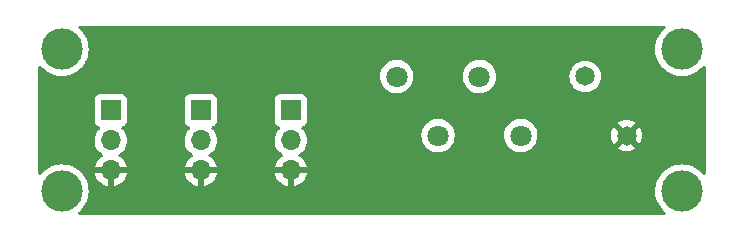
<source format=gbr>
%TF.GenerationSoftware,KiCad,Pcbnew,(6.0.8-1)-1*%
%TF.CreationDate,2024-02-23T21:37:44-06:00*%
%TF.ProjectId,RGB LED Interface,52474220-4c45-4442-9049-6e7465726661,rev?*%
%TF.SameCoordinates,Original*%
%TF.FileFunction,Copper,L2,Bot*%
%TF.FilePolarity,Positive*%
%FSLAX46Y46*%
G04 Gerber Fmt 4.6, Leading zero omitted, Abs format (unit mm)*
G04 Created by KiCad (PCBNEW (6.0.8-1)-1) date 2024-02-23 21:37:44*
%MOMM*%
%LPD*%
G01*
G04 APERTURE LIST*
%TA.AperFunction,ComponentPad*%
%ADD10C,1.800000*%
%TD*%
%TA.AperFunction,ComponentPad*%
%ADD11C,3.500000*%
%TD*%
%TA.AperFunction,ComponentPad*%
%ADD12R,1.700000X1.700000*%
%TD*%
%TA.AperFunction,ComponentPad*%
%ADD13O,1.700000X1.700000*%
%TD*%
%TA.AperFunction,ComponentPad*%
%ADD14C,1.650000*%
%TD*%
G04 APERTURE END LIST*
D10*
%TO.P,X1,1,A*%
%TO.N,+BATT*%
X128350000Y-70805000D03*
%TO.P,X1,2,B*%
%TO.N,/RED_LED_A*%
X131850000Y-75805000D03*
%TO.P,X1,3,C*%
%TO.N,/GREEN_LED_A*%
X135350000Y-70805000D03*
%TO.P,X1,4,D*%
%TO.N,/BLUE_LED_A*%
X138850000Y-75805000D03*
%TD*%
D11*
%TO.P,H3,1,1*%
%TO.N,unconnected-(H3-Pad1)*%
X152500000Y-80500000D03*
%TD*%
D12*
%TO.P,J1,1,Pin_1*%
%TO.N,/RED*%
X104140000Y-73660000D03*
D13*
%TO.P,J1,2,Pin_2*%
%TO.N,unconnected-(J1-Pad2)*%
X104140000Y-76200000D03*
%TO.P,J1,3,Pin_3*%
%TO.N,GND*%
X104140000Y-78740000D03*
%TD*%
D12*
%TO.P,J2,1,Pin_1*%
%TO.N,/GREEN*%
X111760000Y-73660000D03*
D13*
%TO.P,J2,2,Pin_2*%
%TO.N,unconnected-(J2-Pad2)*%
X111760000Y-76200000D03*
%TO.P,J2,3,Pin_3*%
%TO.N,GND*%
X111760000Y-78740000D03*
%TD*%
D12*
%TO.P,J3,1,Pin_1*%
%TO.N,/BLUE*%
X119380000Y-73660000D03*
D13*
%TO.P,J3,2,Pin_2*%
%TO.N,unconnected-(J3-Pad2)*%
X119380000Y-76200000D03*
%TO.P,J3,3,Pin_3*%
%TO.N,GND*%
X119380000Y-78740000D03*
%TD*%
D14*
%TO.P,J4,1,1*%
%TO.N,+BATT*%
X144313000Y-70800000D03*
%TO.P,J4,2,2*%
%TO.N,GND*%
X147813000Y-75800000D03*
%TD*%
D11*
%TO.P,H4,1,1*%
%TO.N,unconnected-(H4-Pad1)*%
X152500000Y-68500000D03*
%TD*%
%TO.P,H1,1,1*%
%TO.N,unconnected-(H1-Pad1)*%
X100000000Y-68500000D03*
%TD*%
%TO.P,H2,1,1*%
%TO.N,unconnected-(H2-Pad1)*%
X100000000Y-80500000D03*
%TD*%
%TA.AperFunction,Conductor*%
%TO.N,GND*%
G36*
X151078852Y-66528502D02*
G01*
X151125345Y-66582158D01*
X151135449Y-66652432D01*
X151105955Y-66717012D01*
X151093809Y-66729232D01*
X150899573Y-66899573D01*
X150896864Y-66902662D01*
X150707085Y-67119062D01*
X150707081Y-67119068D01*
X150704367Y-67122162D01*
X150702078Y-67125588D01*
X150702074Y-67125593D01*
X150579256Y-67309405D01*
X150539885Y-67368327D01*
X150408941Y-67633855D01*
X150313776Y-67914203D01*
X150256017Y-68204574D01*
X150236654Y-68500000D01*
X150256017Y-68795426D01*
X150313776Y-69085797D01*
X150408941Y-69366145D01*
X150444653Y-69438562D01*
X150536750Y-69625315D01*
X150539885Y-69631673D01*
X150579256Y-69690595D01*
X150695489Y-69864551D01*
X150704367Y-69877838D01*
X150707081Y-69880932D01*
X150707085Y-69880938D01*
X150896864Y-70097338D01*
X150899573Y-70100427D01*
X150902662Y-70103136D01*
X151119062Y-70292915D01*
X151119068Y-70292919D01*
X151122162Y-70295633D01*
X151125588Y-70297922D01*
X151125593Y-70297926D01*
X151309405Y-70420744D01*
X151368327Y-70460115D01*
X151372026Y-70461939D01*
X151372031Y-70461942D01*
X151508313Y-70529148D01*
X151633855Y-70591059D01*
X151637760Y-70592384D01*
X151637761Y-70592385D01*
X151910290Y-70684896D01*
X151910294Y-70684897D01*
X151914203Y-70686224D01*
X151918247Y-70687028D01*
X151918253Y-70687030D01*
X152200535Y-70743180D01*
X152200541Y-70743181D01*
X152204574Y-70743983D01*
X152208679Y-70744252D01*
X152208686Y-70744253D01*
X152495881Y-70763076D01*
X152500000Y-70763346D01*
X152504119Y-70763076D01*
X152791314Y-70744253D01*
X152791321Y-70744252D01*
X152795426Y-70743983D01*
X152799459Y-70743181D01*
X152799465Y-70743180D01*
X153081747Y-70687030D01*
X153081753Y-70687028D01*
X153085797Y-70686224D01*
X153089706Y-70684897D01*
X153089710Y-70684896D01*
X153362239Y-70592385D01*
X153362240Y-70592384D01*
X153366145Y-70591059D01*
X153491687Y-70529148D01*
X153627969Y-70461942D01*
X153627974Y-70461939D01*
X153631673Y-70460115D01*
X153690595Y-70420744D01*
X153874407Y-70297926D01*
X153874412Y-70297922D01*
X153877838Y-70295633D01*
X153880932Y-70292919D01*
X153880938Y-70292915D01*
X154097338Y-70103136D01*
X154100427Y-70100427D01*
X154270768Y-69906191D01*
X154330722Y-69868164D01*
X154401717Y-69868586D01*
X154461214Y-69907325D01*
X154490322Y-69972080D01*
X154491500Y-69989269D01*
X154491500Y-79010731D01*
X154471498Y-79078852D01*
X154417842Y-79125345D01*
X154347568Y-79135449D01*
X154282988Y-79105955D01*
X154270768Y-79093809D01*
X154103136Y-78902662D01*
X154100427Y-78899573D01*
X154097338Y-78896864D01*
X153880938Y-78707085D01*
X153880932Y-78707081D01*
X153877838Y-78704367D01*
X153874412Y-78702078D01*
X153874407Y-78702074D01*
X153635106Y-78542179D01*
X153631673Y-78539885D01*
X153627974Y-78538061D01*
X153627969Y-78538058D01*
X153491687Y-78470852D01*
X153366145Y-78408941D01*
X153362239Y-78407615D01*
X153089710Y-78315104D01*
X153089706Y-78315103D01*
X153085797Y-78313776D01*
X153081753Y-78312972D01*
X153081747Y-78312970D01*
X152799465Y-78256820D01*
X152799459Y-78256819D01*
X152795426Y-78256017D01*
X152791321Y-78255748D01*
X152791314Y-78255747D01*
X152504119Y-78236924D01*
X152500000Y-78236654D01*
X152495881Y-78236924D01*
X152208686Y-78255747D01*
X152208679Y-78255748D01*
X152204574Y-78256017D01*
X152200541Y-78256819D01*
X152200535Y-78256820D01*
X151918253Y-78312970D01*
X151918247Y-78312972D01*
X151914203Y-78313776D01*
X151910294Y-78315103D01*
X151910290Y-78315104D01*
X151637761Y-78407615D01*
X151633855Y-78408941D01*
X151508313Y-78470852D01*
X151372031Y-78538058D01*
X151372026Y-78538061D01*
X151368327Y-78539885D01*
X151364894Y-78542179D01*
X151125593Y-78702074D01*
X151125588Y-78702078D01*
X151122162Y-78704367D01*
X151119068Y-78707081D01*
X151119062Y-78707085D01*
X150902662Y-78896864D01*
X150899573Y-78899573D01*
X150896864Y-78902662D01*
X150707085Y-79119062D01*
X150707081Y-79119068D01*
X150704367Y-79122162D01*
X150702078Y-79125588D01*
X150702074Y-79125593D01*
X150684246Y-79152275D01*
X150539885Y-79368327D01*
X150408941Y-79633855D01*
X150407616Y-79637760D01*
X150407615Y-79637761D01*
X150316064Y-79907464D01*
X150313776Y-79914203D01*
X150312972Y-79918247D01*
X150312970Y-79918253D01*
X150281912Y-80074393D01*
X150256017Y-80204574D01*
X150236654Y-80500000D01*
X150256017Y-80795426D01*
X150313776Y-81085797D01*
X150408941Y-81366145D01*
X150539885Y-81631673D01*
X150542179Y-81635106D01*
X150695489Y-81864551D01*
X150704367Y-81877838D01*
X150707081Y-81880932D01*
X150707085Y-81880938D01*
X150896864Y-82097338D01*
X150899573Y-82100427D01*
X150902662Y-82103136D01*
X151093809Y-82270768D01*
X151131836Y-82330722D01*
X151131414Y-82401717D01*
X151092675Y-82461214D01*
X151027920Y-82490322D01*
X151010731Y-82491500D01*
X101489269Y-82491500D01*
X101421148Y-82471498D01*
X101374655Y-82417842D01*
X101364551Y-82347568D01*
X101394045Y-82282988D01*
X101406191Y-82270768D01*
X101597338Y-82103136D01*
X101600427Y-82100427D01*
X101603136Y-82097338D01*
X101792915Y-81880938D01*
X101792919Y-81880932D01*
X101795633Y-81877838D01*
X101804512Y-81864551D01*
X101957821Y-81635106D01*
X101960115Y-81631673D01*
X102091059Y-81366145D01*
X102186224Y-81085797D01*
X102243983Y-80795426D01*
X102263346Y-80500000D01*
X102243983Y-80204574D01*
X102218089Y-80074393D01*
X102187030Y-79918253D01*
X102187028Y-79918247D01*
X102186224Y-79914203D01*
X102183937Y-79907464D01*
X102092385Y-79637761D01*
X102092384Y-79637760D01*
X102091059Y-79633855D01*
X101960115Y-79368327D01*
X101815754Y-79152275D01*
X101797926Y-79125593D01*
X101797922Y-79125588D01*
X101795633Y-79122162D01*
X101792919Y-79119068D01*
X101792915Y-79119062D01*
X101695486Y-79007966D01*
X102808257Y-79007966D01*
X102838565Y-79142446D01*
X102841645Y-79152275D01*
X102921770Y-79349603D01*
X102926413Y-79358794D01*
X103037694Y-79540388D01*
X103043777Y-79548699D01*
X103183213Y-79709667D01*
X103190580Y-79716883D01*
X103354434Y-79852916D01*
X103362881Y-79858831D01*
X103546756Y-79966279D01*
X103556042Y-79970729D01*
X103755001Y-80046703D01*
X103764899Y-80049579D01*
X103868250Y-80070606D01*
X103882299Y-80069410D01*
X103886000Y-80059065D01*
X103886000Y-80058517D01*
X104394000Y-80058517D01*
X104398064Y-80072359D01*
X104411478Y-80074393D01*
X104418184Y-80073534D01*
X104428262Y-80071392D01*
X104632255Y-80010191D01*
X104641842Y-80006433D01*
X104833095Y-79912739D01*
X104841945Y-79907464D01*
X105015328Y-79783792D01*
X105023200Y-79777139D01*
X105174052Y-79626812D01*
X105180730Y-79618965D01*
X105305003Y-79446020D01*
X105310313Y-79437183D01*
X105404670Y-79246267D01*
X105408469Y-79236672D01*
X105470377Y-79032910D01*
X105472555Y-79022837D01*
X105473986Y-79011962D01*
X105473363Y-79007966D01*
X110428257Y-79007966D01*
X110458565Y-79142446D01*
X110461645Y-79152275D01*
X110541770Y-79349603D01*
X110546413Y-79358794D01*
X110657694Y-79540388D01*
X110663777Y-79548699D01*
X110803213Y-79709667D01*
X110810580Y-79716883D01*
X110974434Y-79852916D01*
X110982881Y-79858831D01*
X111166756Y-79966279D01*
X111176042Y-79970729D01*
X111375001Y-80046703D01*
X111384899Y-80049579D01*
X111488250Y-80070606D01*
X111502299Y-80069410D01*
X111506000Y-80059065D01*
X111506000Y-80058517D01*
X112014000Y-80058517D01*
X112018064Y-80072359D01*
X112031478Y-80074393D01*
X112038184Y-80073534D01*
X112048262Y-80071392D01*
X112252255Y-80010191D01*
X112261842Y-80006433D01*
X112453095Y-79912739D01*
X112461945Y-79907464D01*
X112635328Y-79783792D01*
X112643200Y-79777139D01*
X112794052Y-79626812D01*
X112800730Y-79618965D01*
X112925003Y-79446020D01*
X112930313Y-79437183D01*
X113024670Y-79246267D01*
X113028469Y-79236672D01*
X113090377Y-79032910D01*
X113092555Y-79022837D01*
X113093986Y-79011962D01*
X113093363Y-79007966D01*
X118048257Y-79007966D01*
X118078565Y-79142446D01*
X118081645Y-79152275D01*
X118161770Y-79349603D01*
X118166413Y-79358794D01*
X118277694Y-79540388D01*
X118283777Y-79548699D01*
X118423213Y-79709667D01*
X118430580Y-79716883D01*
X118594434Y-79852916D01*
X118602881Y-79858831D01*
X118786756Y-79966279D01*
X118796042Y-79970729D01*
X118995001Y-80046703D01*
X119004899Y-80049579D01*
X119108250Y-80070606D01*
X119122299Y-80069410D01*
X119126000Y-80059065D01*
X119126000Y-80058517D01*
X119634000Y-80058517D01*
X119638064Y-80072359D01*
X119651478Y-80074393D01*
X119658184Y-80073534D01*
X119668262Y-80071392D01*
X119872255Y-80010191D01*
X119881842Y-80006433D01*
X120073095Y-79912739D01*
X120081945Y-79907464D01*
X120255328Y-79783792D01*
X120263200Y-79777139D01*
X120414052Y-79626812D01*
X120420730Y-79618965D01*
X120545003Y-79446020D01*
X120550313Y-79437183D01*
X120644670Y-79246267D01*
X120648469Y-79236672D01*
X120710377Y-79032910D01*
X120712555Y-79022837D01*
X120713986Y-79011962D01*
X120711775Y-78997778D01*
X120698617Y-78994000D01*
X119652115Y-78994000D01*
X119636876Y-78998475D01*
X119635671Y-78999865D01*
X119634000Y-79007548D01*
X119634000Y-80058517D01*
X119126000Y-80058517D01*
X119126000Y-79012115D01*
X119121525Y-78996876D01*
X119120135Y-78995671D01*
X119112452Y-78994000D01*
X118063225Y-78994000D01*
X118049694Y-78997973D01*
X118048257Y-79007966D01*
X113093363Y-79007966D01*
X113091775Y-78997778D01*
X113078617Y-78994000D01*
X112032115Y-78994000D01*
X112016876Y-78998475D01*
X112015671Y-78999865D01*
X112014000Y-79007548D01*
X112014000Y-80058517D01*
X111506000Y-80058517D01*
X111506000Y-79012115D01*
X111501525Y-78996876D01*
X111500135Y-78995671D01*
X111492452Y-78994000D01*
X110443225Y-78994000D01*
X110429694Y-78997973D01*
X110428257Y-79007966D01*
X105473363Y-79007966D01*
X105471775Y-78997778D01*
X105458617Y-78994000D01*
X104412115Y-78994000D01*
X104396876Y-78998475D01*
X104395671Y-78999865D01*
X104394000Y-79007548D01*
X104394000Y-80058517D01*
X103886000Y-80058517D01*
X103886000Y-79012115D01*
X103881525Y-78996876D01*
X103880135Y-78995671D01*
X103872452Y-78994000D01*
X102823225Y-78994000D01*
X102809694Y-78997973D01*
X102808257Y-79007966D01*
X101695486Y-79007966D01*
X101603136Y-78902662D01*
X101600427Y-78899573D01*
X101597338Y-78896864D01*
X101380938Y-78707085D01*
X101380932Y-78707081D01*
X101377838Y-78704367D01*
X101374412Y-78702078D01*
X101374407Y-78702074D01*
X101135106Y-78542179D01*
X101131673Y-78539885D01*
X101127974Y-78538061D01*
X101127969Y-78538058D01*
X100991687Y-78470852D01*
X100866145Y-78408941D01*
X100862239Y-78407615D01*
X100589710Y-78315104D01*
X100589706Y-78315103D01*
X100585797Y-78313776D01*
X100581753Y-78312972D01*
X100581747Y-78312970D01*
X100299465Y-78256820D01*
X100299459Y-78256819D01*
X100295426Y-78256017D01*
X100291321Y-78255748D01*
X100291314Y-78255747D01*
X100004119Y-78236924D01*
X100000000Y-78236654D01*
X99995881Y-78236924D01*
X99708686Y-78255747D01*
X99708679Y-78255748D01*
X99704574Y-78256017D01*
X99700541Y-78256819D01*
X99700535Y-78256820D01*
X99418253Y-78312970D01*
X99418247Y-78312972D01*
X99414203Y-78313776D01*
X99410294Y-78315103D01*
X99410290Y-78315104D01*
X99137761Y-78407615D01*
X99133855Y-78408941D01*
X99008313Y-78470852D01*
X98872031Y-78538058D01*
X98872026Y-78538061D01*
X98868327Y-78539885D01*
X98864894Y-78542179D01*
X98625593Y-78702074D01*
X98625588Y-78702078D01*
X98622162Y-78704367D01*
X98619068Y-78707081D01*
X98619062Y-78707085D01*
X98402662Y-78896864D01*
X98399573Y-78899573D01*
X98396864Y-78902662D01*
X98229232Y-79093809D01*
X98169278Y-79131836D01*
X98098283Y-79131414D01*
X98038786Y-79092675D01*
X98009678Y-79027920D01*
X98008500Y-79010731D01*
X98008500Y-76166695D01*
X102777251Y-76166695D01*
X102777548Y-76171848D01*
X102777548Y-76171851D01*
X102783011Y-76266590D01*
X102790110Y-76389715D01*
X102791247Y-76394761D01*
X102791248Y-76394767D01*
X102802939Y-76446641D01*
X102839222Y-76607639D01*
X102923266Y-76814616D01*
X102925965Y-76819020D01*
X103013061Y-76961148D01*
X103039987Y-77005088D01*
X103186250Y-77173938D01*
X103358126Y-77316632D01*
X103431955Y-77359774D01*
X103480679Y-77411412D01*
X103493750Y-77481195D01*
X103467019Y-77546967D01*
X103426562Y-77580327D01*
X103418457Y-77584546D01*
X103409738Y-77590036D01*
X103239433Y-77717905D01*
X103231726Y-77724748D01*
X103084590Y-77878717D01*
X103078104Y-77886727D01*
X102958098Y-78062649D01*
X102953000Y-78071623D01*
X102863338Y-78264783D01*
X102859775Y-78274470D01*
X102804389Y-78474183D01*
X102805912Y-78482607D01*
X102818292Y-78486000D01*
X105458344Y-78486000D01*
X105471875Y-78482027D01*
X105473180Y-78472947D01*
X105431214Y-78305875D01*
X105427894Y-78296124D01*
X105342972Y-78100814D01*
X105338105Y-78091739D01*
X105222426Y-77912926D01*
X105216136Y-77904757D01*
X105072806Y-77747240D01*
X105065273Y-77740215D01*
X104898139Y-77608222D01*
X104889556Y-77602520D01*
X104852602Y-77582120D01*
X104802631Y-77531687D01*
X104787859Y-77462245D01*
X104812975Y-77395839D01*
X104840327Y-77369232D01*
X104863797Y-77352491D01*
X105019860Y-77241173D01*
X105044905Y-77216216D01*
X105101209Y-77160107D01*
X105178096Y-77083489D01*
X105237594Y-77000689D01*
X105305435Y-76906277D01*
X105308453Y-76902077D01*
X105315662Y-76887492D01*
X105405136Y-76706453D01*
X105405137Y-76706451D01*
X105407430Y-76701811D01*
X105458744Y-76532917D01*
X105470865Y-76493023D01*
X105470865Y-76493021D01*
X105472370Y-76488069D01*
X105501529Y-76266590D01*
X105503156Y-76200000D01*
X105500418Y-76166695D01*
X110397251Y-76166695D01*
X110397548Y-76171848D01*
X110397548Y-76171851D01*
X110403011Y-76266590D01*
X110410110Y-76389715D01*
X110411247Y-76394761D01*
X110411248Y-76394767D01*
X110422939Y-76446641D01*
X110459222Y-76607639D01*
X110543266Y-76814616D01*
X110545965Y-76819020D01*
X110633061Y-76961148D01*
X110659987Y-77005088D01*
X110806250Y-77173938D01*
X110978126Y-77316632D01*
X111051955Y-77359774D01*
X111100679Y-77411412D01*
X111113750Y-77481195D01*
X111087019Y-77546967D01*
X111046562Y-77580327D01*
X111038457Y-77584546D01*
X111029738Y-77590036D01*
X110859433Y-77717905D01*
X110851726Y-77724748D01*
X110704590Y-77878717D01*
X110698104Y-77886727D01*
X110578098Y-78062649D01*
X110573000Y-78071623D01*
X110483338Y-78264783D01*
X110479775Y-78274470D01*
X110424389Y-78474183D01*
X110425912Y-78482607D01*
X110438292Y-78486000D01*
X113078344Y-78486000D01*
X113091875Y-78482027D01*
X113093180Y-78472947D01*
X113051214Y-78305875D01*
X113047894Y-78296124D01*
X112962972Y-78100814D01*
X112958105Y-78091739D01*
X112842426Y-77912926D01*
X112836136Y-77904757D01*
X112692806Y-77747240D01*
X112685273Y-77740215D01*
X112518139Y-77608222D01*
X112509556Y-77602520D01*
X112472602Y-77582120D01*
X112422631Y-77531687D01*
X112407859Y-77462245D01*
X112432975Y-77395839D01*
X112460327Y-77369232D01*
X112483797Y-77352491D01*
X112639860Y-77241173D01*
X112664905Y-77216216D01*
X112721209Y-77160107D01*
X112798096Y-77083489D01*
X112857594Y-77000689D01*
X112925435Y-76906277D01*
X112928453Y-76902077D01*
X112935662Y-76887492D01*
X113025136Y-76706453D01*
X113025137Y-76706451D01*
X113027430Y-76701811D01*
X113078744Y-76532917D01*
X113090865Y-76493023D01*
X113090865Y-76493021D01*
X113092370Y-76488069D01*
X113121529Y-76266590D01*
X113123156Y-76200000D01*
X113120418Y-76166695D01*
X118017251Y-76166695D01*
X118017548Y-76171848D01*
X118017548Y-76171851D01*
X118023011Y-76266590D01*
X118030110Y-76389715D01*
X118031247Y-76394761D01*
X118031248Y-76394767D01*
X118042939Y-76446641D01*
X118079222Y-76607639D01*
X118163266Y-76814616D01*
X118165965Y-76819020D01*
X118253061Y-76961148D01*
X118279987Y-77005088D01*
X118426250Y-77173938D01*
X118598126Y-77316632D01*
X118671955Y-77359774D01*
X118720679Y-77411412D01*
X118733750Y-77481195D01*
X118707019Y-77546967D01*
X118666562Y-77580327D01*
X118658457Y-77584546D01*
X118649738Y-77590036D01*
X118479433Y-77717905D01*
X118471726Y-77724748D01*
X118324590Y-77878717D01*
X118318104Y-77886727D01*
X118198098Y-78062649D01*
X118193000Y-78071623D01*
X118103338Y-78264783D01*
X118099775Y-78274470D01*
X118044389Y-78474183D01*
X118045912Y-78482607D01*
X118058292Y-78486000D01*
X120698344Y-78486000D01*
X120711875Y-78482027D01*
X120713180Y-78472947D01*
X120671214Y-78305875D01*
X120667894Y-78296124D01*
X120582972Y-78100814D01*
X120578105Y-78091739D01*
X120462426Y-77912926D01*
X120456136Y-77904757D01*
X120312806Y-77747240D01*
X120305273Y-77740215D01*
X120138139Y-77608222D01*
X120129556Y-77602520D01*
X120092602Y-77582120D01*
X120042631Y-77531687D01*
X120027859Y-77462245D01*
X120052975Y-77395839D01*
X120080327Y-77369232D01*
X120103797Y-77352491D01*
X120259860Y-77241173D01*
X120284905Y-77216216D01*
X120341209Y-77160107D01*
X120418096Y-77083489D01*
X120477594Y-77000689D01*
X120545435Y-76906277D01*
X120548453Y-76902077D01*
X120555662Y-76887492D01*
X120645136Y-76706453D01*
X120645137Y-76706451D01*
X120647430Y-76701811D01*
X120698744Y-76532917D01*
X120710865Y-76493023D01*
X120710865Y-76493021D01*
X120712370Y-76488069D01*
X120741529Y-76266590D01*
X120743156Y-76200000D01*
X120724852Y-75977361D01*
X120672884Y-75770469D01*
X130437095Y-75770469D01*
X130437392Y-75775622D01*
X130437392Y-75775625D01*
X130443067Y-75874041D01*
X130450427Y-76001697D01*
X130451564Y-76006743D01*
X130451565Y-76006749D01*
X130483741Y-76149523D01*
X130501346Y-76227642D01*
X130503288Y-76232424D01*
X130503289Y-76232428D01*
X130567157Y-76389715D01*
X130588484Y-76442237D01*
X130709501Y-76639719D01*
X130861147Y-76814784D01*
X131039349Y-76962730D01*
X131239322Y-77079584D01*
X131455694Y-77162209D01*
X131460760Y-77163240D01*
X131460761Y-77163240D01*
X131494140Y-77170031D01*
X131682656Y-77208385D01*
X131813324Y-77213176D01*
X131908949Y-77216683D01*
X131908953Y-77216683D01*
X131914113Y-77216872D01*
X131919233Y-77216216D01*
X131919235Y-77216216D01*
X131992270Y-77206860D01*
X132143847Y-77187442D01*
X132148795Y-77185957D01*
X132148802Y-77185956D01*
X132360747Y-77122369D01*
X132365690Y-77120886D01*
X132374972Y-77116339D01*
X132569049Y-77021262D01*
X132569052Y-77021260D01*
X132573684Y-77018991D01*
X132762243Y-76884494D01*
X132926303Y-76721005D01*
X133061458Y-76532917D01*
X133108641Y-76437450D01*
X133161784Y-76329922D01*
X133161785Y-76329920D01*
X133164078Y-76325280D01*
X133231408Y-76103671D01*
X133261640Y-75874041D01*
X133263327Y-75805000D01*
X133260488Y-75770469D01*
X137437095Y-75770469D01*
X137437392Y-75775622D01*
X137437392Y-75775625D01*
X137443067Y-75874041D01*
X137450427Y-76001697D01*
X137451564Y-76006743D01*
X137451565Y-76006749D01*
X137483741Y-76149523D01*
X137501346Y-76227642D01*
X137503288Y-76232424D01*
X137503289Y-76232428D01*
X137567157Y-76389715D01*
X137588484Y-76442237D01*
X137709501Y-76639719D01*
X137861147Y-76814784D01*
X138039349Y-76962730D01*
X138239322Y-77079584D01*
X138455694Y-77162209D01*
X138460760Y-77163240D01*
X138460761Y-77163240D01*
X138494140Y-77170031D01*
X138682656Y-77208385D01*
X138813324Y-77213176D01*
X138908949Y-77216683D01*
X138908953Y-77216683D01*
X138914113Y-77216872D01*
X138919233Y-77216216D01*
X138919235Y-77216216D01*
X138992270Y-77206860D01*
X139143847Y-77187442D01*
X139148795Y-77185957D01*
X139148802Y-77185956D01*
X139360747Y-77122369D01*
X139365690Y-77120886D01*
X139374972Y-77116339D01*
X139569049Y-77021262D01*
X139569052Y-77021260D01*
X139573684Y-77018991D01*
X139734878Y-76904013D01*
X147073542Y-76904013D01*
X147082838Y-76916028D01*
X147139446Y-76955665D01*
X147148941Y-76961148D01*
X147350364Y-77055072D01*
X147360656Y-77058818D01*
X147575328Y-77116339D01*
X147586123Y-77118242D01*
X147807525Y-77137613D01*
X147818475Y-77137613D01*
X148039877Y-77118242D01*
X148050672Y-77116339D01*
X148265344Y-77058818D01*
X148275636Y-77055072D01*
X148477059Y-76961148D01*
X148486554Y-76955665D01*
X148544000Y-76915441D01*
X148552375Y-76904964D01*
X148545307Y-76891517D01*
X147825812Y-76172022D01*
X147811868Y-76164408D01*
X147810035Y-76164539D01*
X147803420Y-76168790D01*
X147079972Y-76892238D01*
X147073542Y-76904013D01*
X139734878Y-76904013D01*
X139762243Y-76884494D01*
X139926303Y-76721005D01*
X140061458Y-76532917D01*
X140108641Y-76437450D01*
X140161784Y-76329922D01*
X140161785Y-76329920D01*
X140164078Y-76325280D01*
X140231408Y-76103671D01*
X140261640Y-75874041D01*
X140263315Y-75805475D01*
X146475387Y-75805475D01*
X146494758Y-76026877D01*
X146496661Y-76037672D01*
X146554182Y-76252344D01*
X146557928Y-76262636D01*
X146651852Y-76464059D01*
X146657335Y-76473554D01*
X146697559Y-76531000D01*
X146708036Y-76539375D01*
X146721483Y-76532307D01*
X147440978Y-75812812D01*
X147447356Y-75801132D01*
X148177408Y-75801132D01*
X148177539Y-75802965D01*
X148181790Y-75809580D01*
X148905238Y-76533028D01*
X148917013Y-76539458D01*
X148929028Y-76530162D01*
X148968665Y-76473554D01*
X148974148Y-76464059D01*
X149068072Y-76262636D01*
X149071818Y-76252344D01*
X149129339Y-76037672D01*
X149131242Y-76026877D01*
X149150613Y-75805475D01*
X149150613Y-75794525D01*
X149131242Y-75573123D01*
X149129339Y-75562328D01*
X149071818Y-75347656D01*
X149068072Y-75337364D01*
X148974148Y-75135941D01*
X148968665Y-75126446D01*
X148928441Y-75069000D01*
X148917964Y-75060625D01*
X148904517Y-75067693D01*
X148185022Y-75787188D01*
X148177408Y-75801132D01*
X147447356Y-75801132D01*
X147448592Y-75798868D01*
X147448461Y-75797035D01*
X147444210Y-75790420D01*
X146720762Y-75066972D01*
X146708987Y-75060542D01*
X146696972Y-75069838D01*
X146657335Y-75126446D01*
X146651852Y-75135941D01*
X146557928Y-75337364D01*
X146554182Y-75347656D01*
X146496661Y-75562328D01*
X146494758Y-75573123D01*
X146475387Y-75794525D01*
X146475387Y-75805475D01*
X140263315Y-75805475D01*
X140263327Y-75805000D01*
X140256718Y-75724610D01*
X140244773Y-75579318D01*
X140244772Y-75579312D01*
X140244349Y-75574167D01*
X140216137Y-75461850D01*
X140189184Y-75354544D01*
X140189183Y-75354540D01*
X140187925Y-75349533D01*
X140182634Y-75337364D01*
X140097630Y-75141868D01*
X140097628Y-75141865D01*
X140095570Y-75137131D01*
X139969764Y-74942665D01*
X139813887Y-74771358D01*
X139809836Y-74768159D01*
X139809832Y-74768155D01*
X139717247Y-74695036D01*
X147073625Y-74695036D01*
X147080693Y-74708483D01*
X147800188Y-75427978D01*
X147814132Y-75435592D01*
X147815965Y-75435461D01*
X147822580Y-75431210D01*
X148546028Y-74707762D01*
X148552458Y-74695987D01*
X148543162Y-74683972D01*
X148486554Y-74644335D01*
X148477059Y-74638852D01*
X148275636Y-74544928D01*
X148265344Y-74541182D01*
X148050672Y-74483661D01*
X148039877Y-74481758D01*
X147818475Y-74462387D01*
X147807525Y-74462387D01*
X147586123Y-74481758D01*
X147575328Y-74483661D01*
X147360656Y-74541182D01*
X147350364Y-74544928D01*
X147148941Y-74638852D01*
X147139446Y-74644335D01*
X147082000Y-74684559D01*
X147073625Y-74695036D01*
X139717247Y-74695036D01*
X139636177Y-74631011D01*
X139636172Y-74631008D01*
X139632123Y-74627810D01*
X139627607Y-74625317D01*
X139627604Y-74625315D01*
X139433879Y-74518373D01*
X139433875Y-74518371D01*
X139429355Y-74515876D01*
X139424486Y-74514152D01*
X139424482Y-74514150D01*
X139215903Y-74440288D01*
X139215899Y-74440287D01*
X139211028Y-74438562D01*
X139205935Y-74437655D01*
X139205932Y-74437654D01*
X138988095Y-74398851D01*
X138988089Y-74398850D01*
X138983006Y-74397945D01*
X138910096Y-74397054D01*
X138756581Y-74395179D01*
X138756579Y-74395179D01*
X138751411Y-74395116D01*
X138522464Y-74430150D01*
X138302314Y-74502106D01*
X138297726Y-74504494D01*
X138297722Y-74504496D01*
X138188159Y-74561531D01*
X138096872Y-74609052D01*
X138092739Y-74612155D01*
X138092736Y-74612157D01*
X137964442Y-74708483D01*
X137911655Y-74748117D01*
X137751639Y-74915564D01*
X137748725Y-74919836D01*
X137748724Y-74919837D01*
X137733152Y-74942665D01*
X137621119Y-75106899D01*
X137523602Y-75316981D01*
X137461707Y-75540169D01*
X137437095Y-75770469D01*
X133260488Y-75770469D01*
X133256718Y-75724610D01*
X133244773Y-75579318D01*
X133244772Y-75579312D01*
X133244349Y-75574167D01*
X133216137Y-75461850D01*
X133189184Y-75354544D01*
X133189183Y-75354540D01*
X133187925Y-75349533D01*
X133182634Y-75337364D01*
X133097630Y-75141868D01*
X133097628Y-75141865D01*
X133095570Y-75137131D01*
X132969764Y-74942665D01*
X132813887Y-74771358D01*
X132809836Y-74768159D01*
X132809832Y-74768155D01*
X132636177Y-74631011D01*
X132636172Y-74631008D01*
X132632123Y-74627810D01*
X132627607Y-74625317D01*
X132627604Y-74625315D01*
X132433879Y-74518373D01*
X132433875Y-74518371D01*
X132429355Y-74515876D01*
X132424486Y-74514152D01*
X132424482Y-74514150D01*
X132215903Y-74440288D01*
X132215899Y-74440287D01*
X132211028Y-74438562D01*
X132205935Y-74437655D01*
X132205932Y-74437654D01*
X131988095Y-74398851D01*
X131988089Y-74398850D01*
X131983006Y-74397945D01*
X131910096Y-74397054D01*
X131756581Y-74395179D01*
X131756579Y-74395179D01*
X131751411Y-74395116D01*
X131522464Y-74430150D01*
X131302314Y-74502106D01*
X131297726Y-74504494D01*
X131297722Y-74504496D01*
X131188159Y-74561531D01*
X131096872Y-74609052D01*
X131092739Y-74612155D01*
X131092736Y-74612157D01*
X130964442Y-74708483D01*
X130911655Y-74748117D01*
X130751639Y-74915564D01*
X130748725Y-74919836D01*
X130748724Y-74919837D01*
X130733152Y-74942665D01*
X130621119Y-75106899D01*
X130523602Y-75316981D01*
X130461707Y-75540169D01*
X130437095Y-75770469D01*
X120672884Y-75770469D01*
X120670431Y-75760702D01*
X120581354Y-75555840D01*
X120500727Y-75431210D01*
X120462822Y-75372617D01*
X120462820Y-75372614D01*
X120460014Y-75368277D01*
X120447518Y-75354544D01*
X120312798Y-75206488D01*
X120281746Y-75142642D01*
X120290141Y-75072143D01*
X120335317Y-75017375D01*
X120361761Y-75003706D01*
X120468297Y-74963767D01*
X120476705Y-74960615D01*
X120593261Y-74873261D01*
X120680615Y-74756705D01*
X120731745Y-74620316D01*
X120738500Y-74558134D01*
X120738500Y-72761866D01*
X120731745Y-72699684D01*
X120680615Y-72563295D01*
X120593261Y-72446739D01*
X120476705Y-72359385D01*
X120340316Y-72308255D01*
X120278134Y-72301500D01*
X118481866Y-72301500D01*
X118419684Y-72308255D01*
X118283295Y-72359385D01*
X118166739Y-72446739D01*
X118079385Y-72563295D01*
X118028255Y-72699684D01*
X118021500Y-72761866D01*
X118021500Y-74558134D01*
X118028255Y-74620316D01*
X118079385Y-74756705D01*
X118166739Y-74873261D01*
X118283295Y-74960615D01*
X118291704Y-74963767D01*
X118291705Y-74963768D01*
X118400451Y-75004535D01*
X118457216Y-75047176D01*
X118481916Y-75113738D01*
X118466709Y-75183087D01*
X118447316Y-75209568D01*
X118344670Y-75316981D01*
X118320629Y-75342138D01*
X118194743Y-75526680D01*
X118100688Y-75729305D01*
X118040989Y-75944570D01*
X118017251Y-76166695D01*
X113120418Y-76166695D01*
X113104852Y-75977361D01*
X113050431Y-75760702D01*
X112961354Y-75555840D01*
X112880727Y-75431210D01*
X112842822Y-75372617D01*
X112842820Y-75372614D01*
X112840014Y-75368277D01*
X112827518Y-75354544D01*
X112692798Y-75206488D01*
X112661746Y-75142642D01*
X112670141Y-75072143D01*
X112715317Y-75017375D01*
X112741761Y-75003706D01*
X112848297Y-74963767D01*
X112856705Y-74960615D01*
X112973261Y-74873261D01*
X113060615Y-74756705D01*
X113111745Y-74620316D01*
X113118500Y-74558134D01*
X113118500Y-72761866D01*
X113111745Y-72699684D01*
X113060615Y-72563295D01*
X112973261Y-72446739D01*
X112856705Y-72359385D01*
X112720316Y-72308255D01*
X112658134Y-72301500D01*
X110861866Y-72301500D01*
X110799684Y-72308255D01*
X110663295Y-72359385D01*
X110546739Y-72446739D01*
X110459385Y-72563295D01*
X110408255Y-72699684D01*
X110401500Y-72761866D01*
X110401500Y-74558134D01*
X110408255Y-74620316D01*
X110459385Y-74756705D01*
X110546739Y-74873261D01*
X110663295Y-74960615D01*
X110671704Y-74963767D01*
X110671705Y-74963768D01*
X110780451Y-75004535D01*
X110837216Y-75047176D01*
X110861916Y-75113738D01*
X110846709Y-75183087D01*
X110827316Y-75209568D01*
X110724670Y-75316981D01*
X110700629Y-75342138D01*
X110574743Y-75526680D01*
X110480688Y-75729305D01*
X110420989Y-75944570D01*
X110397251Y-76166695D01*
X105500418Y-76166695D01*
X105484852Y-75977361D01*
X105430431Y-75760702D01*
X105341354Y-75555840D01*
X105260727Y-75431210D01*
X105222822Y-75372617D01*
X105222820Y-75372614D01*
X105220014Y-75368277D01*
X105207518Y-75354544D01*
X105072798Y-75206488D01*
X105041746Y-75142642D01*
X105050141Y-75072143D01*
X105095317Y-75017375D01*
X105121761Y-75003706D01*
X105228297Y-74963767D01*
X105236705Y-74960615D01*
X105353261Y-74873261D01*
X105440615Y-74756705D01*
X105491745Y-74620316D01*
X105498500Y-74558134D01*
X105498500Y-72761866D01*
X105491745Y-72699684D01*
X105440615Y-72563295D01*
X105353261Y-72446739D01*
X105236705Y-72359385D01*
X105100316Y-72308255D01*
X105038134Y-72301500D01*
X103241866Y-72301500D01*
X103179684Y-72308255D01*
X103043295Y-72359385D01*
X102926739Y-72446739D01*
X102839385Y-72563295D01*
X102788255Y-72699684D01*
X102781500Y-72761866D01*
X102781500Y-74558134D01*
X102788255Y-74620316D01*
X102839385Y-74756705D01*
X102926739Y-74873261D01*
X103043295Y-74960615D01*
X103051704Y-74963767D01*
X103051705Y-74963768D01*
X103160451Y-75004535D01*
X103217216Y-75047176D01*
X103241916Y-75113738D01*
X103226709Y-75183087D01*
X103207316Y-75209568D01*
X103104670Y-75316981D01*
X103080629Y-75342138D01*
X102954743Y-75526680D01*
X102860688Y-75729305D01*
X102800989Y-75944570D01*
X102777251Y-76166695D01*
X98008500Y-76166695D01*
X98008500Y-70770469D01*
X126937095Y-70770469D01*
X126937392Y-70775622D01*
X126937392Y-70775625D01*
X126943067Y-70874041D01*
X126950427Y-71001697D01*
X126951564Y-71006743D01*
X126951565Y-71006749D01*
X126983741Y-71149523D01*
X127001346Y-71227642D01*
X127003288Y-71232424D01*
X127003289Y-71232428D01*
X127086540Y-71437450D01*
X127088484Y-71442237D01*
X127209501Y-71639719D01*
X127361147Y-71814784D01*
X127513785Y-71941507D01*
X127535165Y-71959256D01*
X127539349Y-71962730D01*
X127739322Y-72079584D01*
X127955694Y-72162209D01*
X127960760Y-72163240D01*
X127960761Y-72163240D01*
X128013846Y-72174040D01*
X128182656Y-72208385D01*
X128313324Y-72213176D01*
X128408949Y-72216683D01*
X128408953Y-72216683D01*
X128414113Y-72216872D01*
X128419233Y-72216216D01*
X128419235Y-72216216D01*
X128492270Y-72206860D01*
X128643847Y-72187442D01*
X128648795Y-72185957D01*
X128648802Y-72185956D01*
X128860747Y-72122369D01*
X128865690Y-72120886D01*
X128870324Y-72118616D01*
X129069049Y-72021262D01*
X129069052Y-72021260D01*
X129073684Y-72018991D01*
X129262243Y-71884494D01*
X129426303Y-71721005D01*
X129561458Y-71532917D01*
X129590673Y-71473806D01*
X129661784Y-71329922D01*
X129661785Y-71329920D01*
X129664078Y-71325280D01*
X129731408Y-71103671D01*
X129761640Y-70874041D01*
X129763327Y-70805000D01*
X129760488Y-70770469D01*
X133937095Y-70770469D01*
X133937392Y-70775622D01*
X133937392Y-70775625D01*
X133943067Y-70874041D01*
X133950427Y-71001697D01*
X133951564Y-71006743D01*
X133951565Y-71006749D01*
X133983741Y-71149523D01*
X134001346Y-71227642D01*
X134003288Y-71232424D01*
X134003289Y-71232428D01*
X134086540Y-71437450D01*
X134088484Y-71442237D01*
X134209501Y-71639719D01*
X134361147Y-71814784D01*
X134513785Y-71941507D01*
X134535165Y-71959256D01*
X134539349Y-71962730D01*
X134739322Y-72079584D01*
X134955694Y-72162209D01*
X134960760Y-72163240D01*
X134960761Y-72163240D01*
X135013846Y-72174040D01*
X135182656Y-72208385D01*
X135313324Y-72213176D01*
X135408949Y-72216683D01*
X135408953Y-72216683D01*
X135414113Y-72216872D01*
X135419233Y-72216216D01*
X135419235Y-72216216D01*
X135492270Y-72206860D01*
X135643847Y-72187442D01*
X135648795Y-72185957D01*
X135648802Y-72185956D01*
X135860747Y-72122369D01*
X135865690Y-72120886D01*
X135870324Y-72118616D01*
X136069049Y-72021262D01*
X136069052Y-72021260D01*
X136073684Y-72018991D01*
X136262243Y-71884494D01*
X136426303Y-71721005D01*
X136561458Y-71532917D01*
X136590673Y-71473806D01*
X136661784Y-71329922D01*
X136661785Y-71329920D01*
X136664078Y-71325280D01*
X136731408Y-71103671D01*
X136761640Y-70874041D01*
X136763327Y-70805000D01*
X136762916Y-70800000D01*
X142974406Y-70800000D01*
X142994742Y-71032444D01*
X142996166Y-71037757D01*
X142996166Y-71037759D01*
X143048328Y-71232428D01*
X143055133Y-71257826D01*
X143057455Y-71262806D01*
X143057456Y-71262808D01*
X143151418Y-71464310D01*
X143151421Y-71464315D01*
X143153744Y-71469297D01*
X143156900Y-71473804D01*
X143156901Y-71473806D01*
X143275808Y-71643622D01*
X143287578Y-71660432D01*
X143452568Y-71825422D01*
X143457076Y-71828579D01*
X143457079Y-71828581D01*
X143541213Y-71887492D01*
X143643703Y-71959256D01*
X143648685Y-71961579D01*
X143648690Y-71961582D01*
X143850192Y-72055544D01*
X143855174Y-72057867D01*
X143860482Y-72059289D01*
X143860484Y-72059290D01*
X144075241Y-72116834D01*
X144075243Y-72116834D01*
X144080556Y-72118258D01*
X144313000Y-72138594D01*
X144545444Y-72118258D01*
X144550757Y-72116834D01*
X144550759Y-72116834D01*
X144765516Y-72059290D01*
X144765518Y-72059289D01*
X144770826Y-72057867D01*
X144775808Y-72055544D01*
X144977310Y-71961582D01*
X144977315Y-71961579D01*
X144982297Y-71959256D01*
X145084787Y-71887492D01*
X145168921Y-71828581D01*
X145168924Y-71828579D01*
X145173432Y-71825422D01*
X145338422Y-71660432D01*
X145350193Y-71643622D01*
X145469099Y-71473806D01*
X145469100Y-71473804D01*
X145472256Y-71469297D01*
X145474579Y-71464315D01*
X145474582Y-71464310D01*
X145568544Y-71262808D01*
X145568545Y-71262806D01*
X145570867Y-71257826D01*
X145577673Y-71232428D01*
X145629834Y-71037759D01*
X145629834Y-71037757D01*
X145631258Y-71032444D01*
X145651594Y-70800000D01*
X145631258Y-70567556D01*
X145623920Y-70540169D01*
X145572290Y-70347484D01*
X145572289Y-70347482D01*
X145570867Y-70342174D01*
X145550234Y-70297926D01*
X145474582Y-70135690D01*
X145474579Y-70135685D01*
X145472256Y-70130703D01*
X145458871Y-70111587D01*
X145341581Y-69944079D01*
X145341579Y-69944076D01*
X145338422Y-69939568D01*
X145173432Y-69774578D01*
X145168924Y-69771421D01*
X145168921Y-69771419D01*
X144986806Y-69643901D01*
X144986804Y-69643900D01*
X144982297Y-69640744D01*
X144977315Y-69638421D01*
X144977310Y-69638418D01*
X144775808Y-69544456D01*
X144775806Y-69544455D01*
X144770826Y-69542133D01*
X144765518Y-69540711D01*
X144765516Y-69540710D01*
X144550759Y-69483166D01*
X144550757Y-69483166D01*
X144545444Y-69481742D01*
X144313000Y-69461406D01*
X144080556Y-69481742D01*
X144075243Y-69483166D01*
X144075241Y-69483166D01*
X143860484Y-69540710D01*
X143860482Y-69540711D01*
X143855174Y-69542133D01*
X143850194Y-69544455D01*
X143850192Y-69544456D01*
X143648690Y-69638418D01*
X143648685Y-69638421D01*
X143643703Y-69640744D01*
X143639196Y-69643900D01*
X143639194Y-69643901D01*
X143457079Y-69771419D01*
X143457076Y-69771421D01*
X143452568Y-69774578D01*
X143287578Y-69939568D01*
X143284421Y-69944076D01*
X143284419Y-69944079D01*
X143167129Y-70111587D01*
X143153744Y-70130703D01*
X143151421Y-70135685D01*
X143151418Y-70135690D01*
X143075766Y-70297926D01*
X143055133Y-70342174D01*
X143053711Y-70347482D01*
X143053710Y-70347484D01*
X143002080Y-70540169D01*
X142994742Y-70567556D01*
X142974406Y-70800000D01*
X136762916Y-70800000D01*
X136745588Y-70589235D01*
X136744773Y-70579318D01*
X136744772Y-70579312D01*
X136744349Y-70574167D01*
X136687925Y-70349533D01*
X136682559Y-70337192D01*
X136597630Y-70141868D01*
X136597628Y-70141865D01*
X136595570Y-70137131D01*
X136469764Y-69942665D01*
X136313887Y-69771358D01*
X136309836Y-69768159D01*
X136309832Y-69768155D01*
X136136177Y-69631011D01*
X136136172Y-69631008D01*
X136132123Y-69627810D01*
X136127607Y-69625317D01*
X136127604Y-69625315D01*
X135933879Y-69518373D01*
X135933875Y-69518371D01*
X135929355Y-69515876D01*
X135924486Y-69514152D01*
X135924482Y-69514150D01*
X135715903Y-69440288D01*
X135715899Y-69440287D01*
X135711028Y-69438562D01*
X135705935Y-69437655D01*
X135705932Y-69437654D01*
X135488095Y-69398851D01*
X135488089Y-69398850D01*
X135483006Y-69397945D01*
X135410096Y-69397054D01*
X135256581Y-69395179D01*
X135256579Y-69395179D01*
X135251411Y-69395116D01*
X135022464Y-69430150D01*
X134802314Y-69502106D01*
X134797726Y-69504494D01*
X134797722Y-69504496D01*
X134601461Y-69606663D01*
X134596872Y-69609052D01*
X134592739Y-69612155D01*
X134592736Y-69612157D01*
X134415790Y-69745012D01*
X134411655Y-69748117D01*
X134408083Y-69751855D01*
X134290733Y-69874655D01*
X134251639Y-69915564D01*
X134248725Y-69919836D01*
X134248724Y-69919837D01*
X134233152Y-69942665D01*
X134121119Y-70106899D01*
X134023602Y-70316981D01*
X133961707Y-70540169D01*
X133937095Y-70770469D01*
X129760488Y-70770469D01*
X129745588Y-70589235D01*
X129744773Y-70579318D01*
X129744772Y-70579312D01*
X129744349Y-70574167D01*
X129687925Y-70349533D01*
X129682559Y-70337192D01*
X129597630Y-70141868D01*
X129597628Y-70141865D01*
X129595570Y-70137131D01*
X129469764Y-69942665D01*
X129313887Y-69771358D01*
X129309836Y-69768159D01*
X129309832Y-69768155D01*
X129136177Y-69631011D01*
X129136172Y-69631008D01*
X129132123Y-69627810D01*
X129127607Y-69625317D01*
X129127604Y-69625315D01*
X128933879Y-69518373D01*
X128933875Y-69518371D01*
X128929355Y-69515876D01*
X128924486Y-69514152D01*
X128924482Y-69514150D01*
X128715903Y-69440288D01*
X128715899Y-69440287D01*
X128711028Y-69438562D01*
X128705935Y-69437655D01*
X128705932Y-69437654D01*
X128488095Y-69398851D01*
X128488089Y-69398850D01*
X128483006Y-69397945D01*
X128410096Y-69397054D01*
X128256581Y-69395179D01*
X128256579Y-69395179D01*
X128251411Y-69395116D01*
X128022464Y-69430150D01*
X127802314Y-69502106D01*
X127797726Y-69504494D01*
X127797722Y-69504496D01*
X127601461Y-69606663D01*
X127596872Y-69609052D01*
X127592739Y-69612155D01*
X127592736Y-69612157D01*
X127415790Y-69745012D01*
X127411655Y-69748117D01*
X127408083Y-69751855D01*
X127290733Y-69874655D01*
X127251639Y-69915564D01*
X127248725Y-69919836D01*
X127248724Y-69919837D01*
X127233152Y-69942665D01*
X127121119Y-70106899D01*
X127023602Y-70316981D01*
X126961707Y-70540169D01*
X126937095Y-70770469D01*
X98008500Y-70770469D01*
X98008500Y-69989269D01*
X98028502Y-69921148D01*
X98082158Y-69874655D01*
X98152432Y-69864551D01*
X98217012Y-69894045D01*
X98229232Y-69906191D01*
X98399573Y-70100427D01*
X98402662Y-70103136D01*
X98619062Y-70292915D01*
X98619068Y-70292919D01*
X98622162Y-70295633D01*
X98625588Y-70297922D01*
X98625593Y-70297926D01*
X98809405Y-70420744D01*
X98868327Y-70460115D01*
X98872026Y-70461939D01*
X98872031Y-70461942D01*
X99008313Y-70529148D01*
X99133855Y-70591059D01*
X99137760Y-70592384D01*
X99137761Y-70592385D01*
X99410290Y-70684896D01*
X99410294Y-70684897D01*
X99414203Y-70686224D01*
X99418247Y-70687028D01*
X99418253Y-70687030D01*
X99700535Y-70743180D01*
X99700541Y-70743181D01*
X99704574Y-70743983D01*
X99708679Y-70744252D01*
X99708686Y-70744253D01*
X99995881Y-70763076D01*
X100000000Y-70763346D01*
X100004119Y-70763076D01*
X100291314Y-70744253D01*
X100291321Y-70744252D01*
X100295426Y-70743983D01*
X100299459Y-70743181D01*
X100299465Y-70743180D01*
X100581747Y-70687030D01*
X100581753Y-70687028D01*
X100585797Y-70686224D01*
X100589706Y-70684897D01*
X100589710Y-70684896D01*
X100862239Y-70592385D01*
X100862240Y-70592384D01*
X100866145Y-70591059D01*
X100991687Y-70529148D01*
X101127969Y-70461942D01*
X101127974Y-70461939D01*
X101131673Y-70460115D01*
X101190595Y-70420744D01*
X101374407Y-70297926D01*
X101374412Y-70297922D01*
X101377838Y-70295633D01*
X101380932Y-70292919D01*
X101380938Y-70292915D01*
X101597338Y-70103136D01*
X101600427Y-70100427D01*
X101603136Y-70097338D01*
X101792915Y-69880938D01*
X101792919Y-69880932D01*
X101795633Y-69877838D01*
X101804512Y-69864551D01*
X101920744Y-69690595D01*
X101960115Y-69631673D01*
X101963251Y-69625315D01*
X102055347Y-69438562D01*
X102091059Y-69366145D01*
X102186224Y-69085797D01*
X102243983Y-68795426D01*
X102263346Y-68500000D01*
X102243983Y-68204574D01*
X102186224Y-67914203D01*
X102091059Y-67633855D01*
X101960115Y-67368327D01*
X101920744Y-67309405D01*
X101797926Y-67125593D01*
X101797922Y-67125588D01*
X101795633Y-67122162D01*
X101792919Y-67119068D01*
X101792915Y-67119062D01*
X101603136Y-66902662D01*
X101600427Y-66899573D01*
X101406191Y-66729232D01*
X101368164Y-66669278D01*
X101368586Y-66598283D01*
X101407325Y-66538786D01*
X101472080Y-66509678D01*
X101489269Y-66508500D01*
X151010731Y-66508500D01*
X151078852Y-66528502D01*
G37*
%TD.AperFunction*%
%TD*%
M02*

</source>
